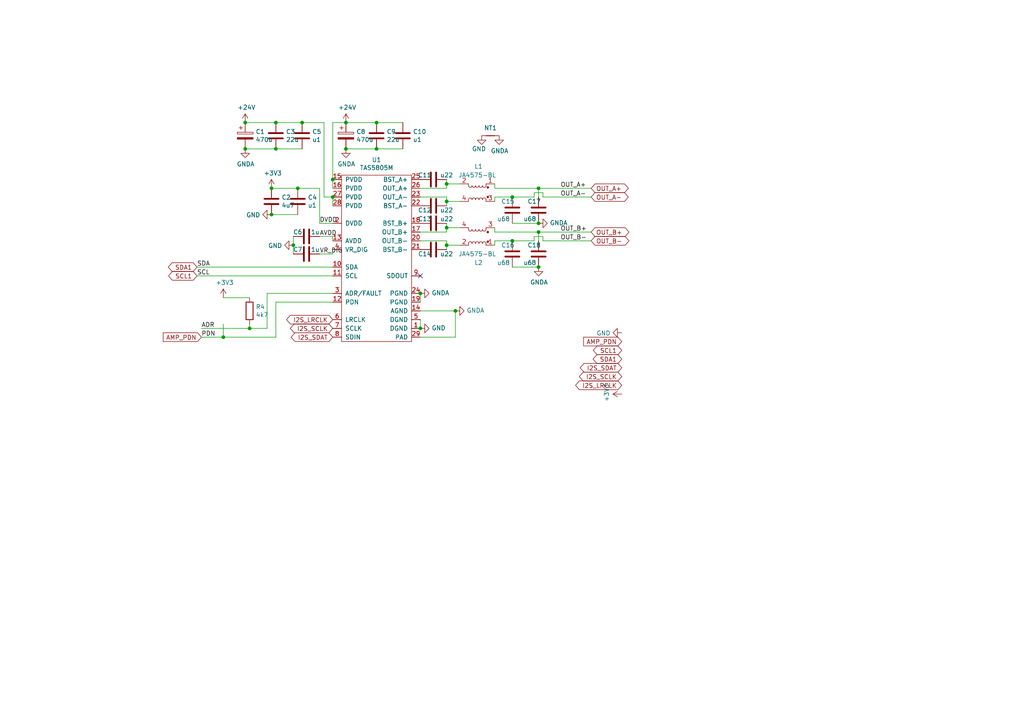
<source format=kicad_sch>
(kicad_sch (version 20230121) (generator eeschema)
  (paper "A4")
  (lib_symbols
    (symbol "Device:C" (pin_numbers hide) (pin_names (offset 0.254))
      (property "Reference" "C" (at 0.635 2.54 0))
      (property "Value" "C" (at 0.635 -2.54 0))
      (symbol "C_0_1"
        (polyline (pts (xy -2.032 -0.762) (xy 2.032 -0.762)) (stroke (width 0.508)))
        (polyline (pts (xy -2.032 0.762) (xy 2.032 0.762)) (stroke (width 0.508)))
      )
      (symbol "C_1_1"
        (pin passive line (at 0 3.81 270) (length 2.794) (name "~") (number "1"))
        (pin passive line (at 0 -3.81 90) (length 2.794) (name "~") (number "2"))
      )
    )
    (symbol "Device:CP" (pin_numbers hide) (pin_names (offset 0.254))
      (property "Reference" "C" (at 0.635 2.54 0))
      (property "Value" "Device_CP" (at 0.635 -2.54 0))
      (symbol "CP_0_1"
        (rectangle (start -2.286 0.508) (end 2.286 1.016))
        (polyline (pts (xy -1.778 2.286) (xy -0.762 2.286)))
        (polyline (pts (xy -1.27 2.794) (xy -1.27 1.778)))
        (rectangle (start 2.286 -0.508) (end -2.286 -1.016) (fill (type outline)))
      )
      (symbol "CP_1_1"
        (pin passive line (at 0 3.81 270) (length 2.794) (name "~") (number "1"))
        (pin passive line (at 0 -3.81 90) (length 2.794) (name "~") (number "2"))
      )
    )
    (symbol "Device:L_Coupled" (pin_names (offset 0.254) hide)
      (property "Reference" "L" (at 0 4.445 0))
      (property "Value" "L_Coupled" (at 0 -4.445 0))
      (symbol "L_Coupled_0_1"
        (circle (center -3.048 -1.27) (radius 0.254) (fill (type outline)))
        (circle (center -3.048 1.524) (radius 0.254) (fill (type outline)))
        (arc (start -2.54 2.032) (mid -2.032 1.5262) (end -1.524 2.032))
        (arc (start -1.524 -2.032) (mid -2.032 -1.5262) (end -2.54 -2.032))
        (arc (start -1.524 2.032) (mid -1.016 1.5262) (end -0.508 2.032))
        (arc (start -0.508 -2.032) (mid -1.016 -1.5262) (end -1.524 -2.032))
        (arc (start -0.508 2.032) (mid 0 1.5262) (end 0.508 2.032))
        (polyline (pts (xy -2.54 -2.032) (xy -2.54 -2.54)))
        (polyline (pts (xy -2.54 2.032) (xy -2.54 2.54)))
        (polyline (pts (xy 2.54 -2.032) (xy 2.54 -2.54)))
        (polyline (pts (xy 2.54 2.54) (xy 2.54 2.032)))
        (arc (start 0.508 -2.032) (mid 0 -1.5262) (end -0.508 -2.032))
        (arc (start 0.508 2.032) (mid 1.016 1.5262) (end 1.524 2.032))
        (arc (start 1.524 -2.032) (mid 1.016 -1.5262) (end 0.508 -2.032))
        (arc (start 1.524 2.032) (mid 2.032 1.5262) (end 2.54 2.032))
        (arc (start 2.54 -2.032) (mid 2.032 -1.5262) (end 1.524 -2.032))
      )
      (symbol "L_Coupled_1_1"
        (pin passive line (at -5.08 2.54 0) (length 2.54) (name "1") (number "1"))
        (pin passive line (at 5.08 2.54 180) (length 2.54) (name "2") (number "2"))
        (pin passive line (at -5.08 -2.54 0) (length 2.54) (name "3") (number "3"))
        (pin passive line (at 5.08 -2.54 180) (length 2.54) (name "4") (number "4"))
      )
    )
    (symbol "Device:Net-Tie_2" (pin_numbers hide) (pin_names (offset 0) hide)
      (property "Reference" "NT" (at 0 1.27 0))
      (property "Value" "Device_Net-Tie_2" (at 0 -1.27 0))
      (symbol "Net-Tie_2_0_1"
        (polyline (pts (xy -1.27 0) (xy 1.27 0)) (stroke (width 0.254)))
      )
      (symbol "Net-Tie_2_1_1"
        (pin passive line (at -2.54 0 0) (length 2.54) (name "1") (number "1"))
        (pin passive line (at 2.54 0 180) (length 2.54) (name "2") (number "2"))
      )
    )
    (symbol "Device:R" (pin_numbers hide) (pin_names (offset 0))
      (property "Reference" "R" (at 2.032 0 90))
      (property "Value" "R" (at 0 0 90))
      (symbol "R_0_1"
        (rectangle (start -1.016 -2.54) (end 1.016 2.54) (stroke (width 0.254)))
      )
      (symbol "R_1_1"
        (pin passive line (at 0 3.81 270) (length 1.27) (name "~") (number "1"))
        (pin passive line (at 0 -3.81 90) (length 1.27) (name "~") (number "2"))
      )
    )
    (symbol "liebler_SEMICONDUCTORS:TAS5805M" (pin_names (offset 1.016))
      (property "Reference" "U" (at -8.89 25.4 0))
      (property "Value" "TAS5805M" (at 5.08 25.4 0))
      (symbol "TAS5805M_0_1"
        (rectangle (start -10.16 24.13) (end 10.16 -24.13))
      )
      (symbol "TAS5805M_1_1"
        (pin power_in line (at 12.7 -20.32 180) (length 2.54) (name "DGND") (number "1"))
        (pin bidirectional line (at -12.7 -2.54 0) (length 2.54) (name "SDA") (number "10"))
        (pin bidirectional line (at -12.7 -5.08 0) (length 2.54) (name "SCL") (number "11"))
        (pin input line (at -12.7 -12.7 0) (length 2.54) (name "PDN") (number "12"))
        (pin power_out line (at -12.7 5.08 0) (length 2.54) (name "AVDD") (number "13"))
        (pin power_in line (at 12.7 -15.24 180) (length 2.54) (name "AGND") (number "14"))
        (pin power_in line (at -12.7 22.86 0) (length 2.54) (name "PVDD") (number "15"))
        (pin power_in line (at -12.7 20.32 0) (length 2.54) (name "PVDD") (number "16"))
        (pin output line (at 12.7 7.62 180) (length 2.54) (name "OUT_B+") (number "17"))
        (pin output line (at 12.7 10.16 180) (length 2.54) (name "BST_B+") (number "18"))
        (pin power_in line (at 12.7 -12.7 180) (length 2.54) (name "PGND") (number "19"))
        (pin power_in line (at -12.7 10.16 0) (length 2.54) (name "DVDD") (number "2"))
        (pin output line (at 12.7 5.08 180) (length 2.54) (name "OUT_B-") (number "20"))
        (pin output line (at 12.7 2.54 180) (length 2.54) (name "BST_B-") (number "21"))
        (pin output line (at 12.7 15.24 180) (length 2.54) (name "BST_A-") (number "22"))
        (pin output line (at 12.7 17.78 180) (length 2.54) (name "OUT_A-") (number "23"))
        (pin power_in line (at 12.7 -10.16 180) (length 2.54) (name "PGND") (number "24"))
        (pin output line (at 12.7 22.86 180) (length 2.54) (name "BST_A+") (number "25"))
        (pin output line (at 12.7 20.32 180) (length 2.54) (name "OUT_A+") (number "26"))
        (pin power_in line (at -12.7 17.78 0) (length 2.54) (name "PVDD") (number "27"))
        (pin power_in line (at -12.7 15.24 0) (length 2.54) (name "PVDD") (number "28"))
        (pin unspecified line (at 12.7 -22.86 180) (length 2.54) (name "PAD") (number "29"))
        (pin bidirectional line (at -12.7 -10.16 0) (length 2.54) (name "ADR/FAULT") (number "3"))
        (pin power_out line (at -12.7 2.54 0) (length 2.54) (name "VR_DIG") (number "4"))
        (pin power_in line (at 12.7 -17.78 180) (length 2.54) (name "DGND") (number "5"))
        (pin input line (at -12.7 -17.78 0) (length 2.54) (name "LRCLK") (number "6"))
        (pin input line (at -12.7 -20.32 0) (length 2.54) (name "SCLK") (number "7"))
        (pin input line (at -12.7 -22.86 0) (length 2.54) (name "SDIN") (number "8"))
        (pin output line (at 12.7 -5.08 180) (length 2.54) (name "SDOUT") (number "9"))
      )
    )
    (symbol "power:+24V" (power) (pin_names (offset 0))
      (property "Value" "+24V" (at 0 3.556 0))
      (symbol "+24V_0_1"
        (polyline (pts (xy -0.762 1.27) (xy 0 2.54)))
        (polyline (pts (xy 0 0) (xy 0 2.54)))
        (polyline (pts (xy 0 2.54) (xy 0.762 1.27)))
      )
      (symbol "+24V_1_1"
        (pin power_in line (at 0 0 90) (length 0) hide (name "+24V") (number "1"))
      )
    )
    (symbol "power:+3V3" (power) (pin_names (offset 0))
      (property "Value" "+3V3" (at 0 3.556 0))
      (symbol "+3V3_0_1"
        (polyline (pts (xy -0.762 1.27) (xy 0 2.54)))
        (polyline (pts (xy 0 0) (xy 0 2.54)))
        (polyline (pts (xy 0 2.54) (xy 0.762 1.27)))
      )
      (symbol "+3V3_1_1"
        (pin power_in line (at 0 0 90) (length 0) hide (name "+3V3") (number "1"))
      )
    )
    (symbol "power:GND" (power) (pin_names (offset 0))
      (property "Value" "GND" (at 0 -3.81 0))
      (symbol "GND_0_1"
        (polyline (pts (xy 0 0) (xy 0 -1.27) (xy 1.27 -1.27) (xy 0 -2.54) (xy -1.27 -1.27) (xy 0 -1.27)))
      )
      (symbol "GND_1_1"
        (pin power_in line (at 0 0 270) (length 0) hide (name "GND") (number "1"))
      )
    )
    (symbol "power:GNDA" (power) (pin_names (offset 0))
      (property "Value" "GNDA" (at 0 -3.81 0))
      (symbol "GNDA_0_1"
        (polyline (pts (xy 0 0) (xy 0 -1.27) (xy 1.27 -1.27) (xy 0 -2.54) (xy -1.27 -1.27) (xy 0 -1.27)))
      )
      (symbol "GNDA_1_1"
        (pin power_in line (at 0 0 270) (length 0) hide (name "GNDA") (number "1"))
      )
    )
  )
  (junction (at 100.33 43.18))
  (junction (at 80.01 35.56))
  (junction (at 72.39 95.25))
  (junction (at 148.59 69.85))
  (junction (at 121.92 95.25))
  (junction (at 100.33 35.56))
  (junction (at 78.74 54.61))
  (junction (at 129.54 71.12))
  (junction (at 87.63 35.56))
  (junction (at 71.12 35.56))
  (junction (at 109.22 35.56))
  (junction (at 80.01 43.18))
  (junction (at 156.21 77.47))
  (junction (at 156.21 67.31))
  (junction (at 71.12 43.18))
  (junction (at 64.77 97.79))
  (junction (at 78.74 62.23))
  (junction (at 132.08 90.17))
  (junction (at 148.59 57.15))
  (junction (at 156.21 64.77))
  (junction (at 86.36 54.61))
  (junction (at 129.54 53.34))
  (junction (at 109.22 43.18))
  (junction (at 85.09 71.12))
  (junction (at 156.21 54.61))
  (junction (at 96.52 52.07))
  (junction (at 129.54 66.04))
  (junction (at 121.92 85.09))
  (junction (at 129.54 58.42))
  (junction (at 96.52 57.15))
  (no_connect (at 121.92 80.01))
  (wire (pts (xy 64.77 97.79) (xy 58.42 97.79)))
  (wire (pts (xy 129.54 64.77) (xy 129.54 66.04)))
  (wire (pts (xy 92.71 54.61) (xy 92.71 64.77)))
  (wire (pts (xy 157.48 69.85) (xy 171.45 69.85)))
  (wire (pts (xy 109.22 43.18) (xy 100.33 43.18)))
  (wire (pts (xy 93.98 35.56) (xy 93.98 57.15)))
  (wire (pts (xy 96.52 69.85) (xy 96.52 68.58)))
  (wire (pts (xy 129.54 71.12) (xy 133.35 71.12)))
  (wire (pts (xy 116.84 43.18) (xy 109.22 43.18)))
  (wire (pts (xy 80.01 43.18) (xy 71.12 43.18)))
  (wire (pts (xy 143.51 66.04) (xy 143.51 67.31)))
  (wire (pts (xy 93.98 57.15) (xy 96.52 57.15)))
  (wire (pts (xy 156.21 67.31) (xy 171.45 67.31)))
  (wire (pts (xy 129.54 66.04) (xy 133.35 66.04)))
  (wire (pts (xy 148.59 69.85) (xy 154.94 69.85)))
  (wire (pts (xy 96.52 35.56) (xy 100.33 35.56)))
  (wire (pts (xy 96.52 68.58) (xy 92.71 68.58)))
  (wire (pts (xy 154.94 69.85) (xy 154.94 68.58)))
  (wire (pts (xy 64.77 86.36) (xy 72.39 86.36)))
  (wire (pts (xy 143.51 57.15) (xy 148.59 57.15)))
  (wire (pts (xy 157.48 57.15) (xy 171.45 57.15)))
  (wire (pts (xy 148.59 77.47) (xy 156.21 77.47)))
  (wire (pts (xy 80.01 97.79) (xy 64.77 97.79)))
  (wire (pts (xy 148.59 57.15) (xy 154.94 57.15)))
  (wire (pts (xy 132.08 90.17) (xy 121.92 90.17)))
  (wire (pts (xy 129.54 53.34) (xy 129.54 54.61)))
  (wire (pts (xy 78.74 54.61) (xy 86.36 54.61)))
  (wire (pts (xy 57.15 77.47) (xy 96.52 77.47)))
  (wire (pts (xy 129.54 69.85) (xy 121.92 69.85)))
  (wire (pts (xy 77.47 95.25) (xy 72.39 95.25)))
  (wire (pts (xy 156.21 54.61) (xy 171.45 54.61)))
  (wire (pts (xy 129.54 66.04) (xy 129.54 67.31)))
  (wire (pts (xy 148.59 64.77) (xy 156.21 64.77)))
  (wire (pts (xy 133.35 58.42) (xy 129.54 58.42)))
  (wire (pts (xy 85.09 73.66) (xy 85.09 71.12)))
  (wire (pts (xy 96.52 54.61) (xy 96.52 52.07)))
  (wire (pts (xy 72.39 95.25) (xy 72.39 93.98)))
  (wire (pts (xy 143.51 53.34) (xy 143.51 54.61)))
  (wire (pts (xy 157.48 55.88) (xy 157.48 57.15)))
  (wire (pts (xy 64.77 97.79) (xy 64.77 93.98)))
  (wire (pts (xy 129.54 59.69) (xy 129.54 58.42)))
  (wire (pts (xy 129.54 67.31) (xy 121.92 67.31)))
  (wire (pts (xy 87.63 43.18) (xy 80.01 43.18)))
  (wire (pts (xy 57.15 80.01) (xy 96.52 80.01)))
  (wire (pts (xy 96.52 73.66) (xy 92.71 73.66)))
  (wire (pts (xy 86.36 54.61) (xy 92.71 54.61)))
  (wire (pts (xy 92.71 64.77) (xy 96.52 64.77)))
  (wire (pts (xy 143.51 69.85) (xy 148.59 69.85)))
  (wire (pts (xy 157.48 68.58) (xy 157.48 69.85)))
  (wire (pts (xy 154.94 55.88) (xy 157.48 55.88)))
  (wire (pts (xy 96.52 72.39) (xy 96.52 73.66)))
  (wire (pts (xy 77.47 85.09) (xy 77.47 95.25)))
  (wire (pts (xy 154.94 68.58) (xy 157.48 68.58)))
  (wire (pts (xy 156.21 67.31) (xy 156.21 69.85)))
  (wire (pts (xy 143.51 69.85) (xy 143.51 71.12)))
  (wire (pts (xy 129.54 57.15) (xy 121.92 57.15)))
  (wire (pts (xy 121.92 85.09) (xy 121.92 87.63)))
  (wire (pts (xy 96.52 85.09) (xy 77.47 85.09)))
  (wire (pts (xy 121.92 97.79) (xy 132.08 97.79)))
  (wire (pts (xy 109.22 35.56) (xy 100.33 35.56)))
  (wire (pts (xy 129.54 54.61) (xy 121.92 54.61)))
  (wire (pts (xy 129.54 72.39) (xy 129.54 71.12)))
  (wire (pts (xy 156.21 54.61) (xy 156.21 57.15)))
  (wire (pts (xy 143.51 67.31) (xy 156.21 67.31)))
  (wire (pts (xy 96.52 87.63) (xy 80.01 87.63)))
  (wire (pts (xy 85.09 71.12) (xy 85.09 68.58)))
  (wire (pts (xy 80.01 87.63) (xy 80.01 97.79)))
  (wire (pts (xy 143.51 57.15) (xy 143.51 58.42)))
  (wire (pts (xy 129.54 71.12) (xy 129.54 69.85)))
  (wire (pts (xy 93.98 35.56) (xy 87.63 35.56)))
  (wire (pts (xy 121.92 95.25) (xy 121.92 92.71)))
  (wire (pts (xy 96.52 59.69) (xy 96.52 57.15)))
  (wire (pts (xy 116.84 35.56) (xy 109.22 35.56)))
  (wire (pts (xy 96.52 35.56) (xy 96.52 52.07)))
  (wire (pts (xy 87.63 35.56) (xy 80.01 35.56)))
  (wire (pts (xy 133.35 53.34) (xy 129.54 53.34)))
  (wire (pts (xy 154.94 57.15) (xy 154.94 55.88)))
  (wire (pts (xy 132.08 97.79) (xy 132.08 90.17)))
  (wire (pts (xy 129.54 58.42) (xy 129.54 57.15)))
  (wire (pts (xy 80.01 35.56) (xy 71.12 35.56)))
  (wire (pts (xy 86.36 62.23) (xy 78.74 62.23)))
  (wire (pts (xy 72.39 95.25) (xy 58.42 95.25)))
  (wire (pts (xy 143.51 54.61) (xy 156.21 54.61)))
  (wire (pts (xy 129.54 52.07) (xy 129.54 53.34)))
  (label "DVDD" (at 92.71 64.77 0))
  (label "OUT_A+" (at 162.56 54.61 0))
  (label "PDN" (at 58.42 97.79 0))
  (label "OUT_B+" (at 162.56 67.31 0))
  (label "OUT_B-" (at 162.56 69.85 0))
  (label "ADR" (at 58.42 95.25 0))
  (label "OUT_A-" (at 162.56 57.15 0))
  (label "VR_DIG" (at 92.71 73.66 0))
  (label "SCL" (at 57.15 80.01 0))
  (label "AVDD" (at 92.71 68.58 0))
  (label "SDA" (at 57.15 77.47 0))
  (global_label "SCL1" (shape bidirectional) (at 180.34 101.6 180) (property "Intersheetrefs" "${INTERSHEET_REFS}" (effects hide)))
  (global_label "OUT_A-" (shape bidirectional) (at 171.45 57.15 0) (property "Intersheetrefs" "${INTERSHEET_REFS}" (effects hide)))
  (global_label "AMP_PDN" (shape input) (at 58.42 97.79 180) (property "Intersheetrefs" "${INTERSHEET_REFS}" (effects hide)))
  (global_label "SDA1" (shape bidirectional) (at 180.34 104.14 180) (property "Intersheetrefs" "${INTERSHEET_REFS}" (effects hide)))
  (global_label "I2S_SDAT" (shape bidirectional) (at 180.34 106.68 180) (property "Intersheetrefs" "${INTERSHEET_REFS}" (effects hide)))
  (global_label "SDA1" (shape bidirectional) (at 57.15 77.47 180) (property "Intersheetrefs" "${INTERSHEET_REFS}" (effects hide)))
  (global_label "I2S_LRCLK" (shape bidirectional) (at 180.34 111.76 180) (property "Intersheetrefs" "${INTERSHEET_REFS}" (effects hide)))
  (global_label "SCL1" (shape bidirectional) (at 57.15 80.01 180) (property "Intersheetrefs" "${INTERSHEET_REFS}" (effects hide)))
  (global_label "I2S_SDAT" (shape bidirectional) (at 96.52 97.79 180) (property "Intersheetrefs" "${INTERSHEET_REFS}" (effects hide)))
  (global_label "OUT_B+" (shape bidirectional) (at 171.45 67.31 0) (property "Intersheetrefs" "${INTERSHEET_REFS}" (effects hide)))
  (global_label "OUT_A+" (shape bidirectional) (at 171.45 54.61 0) (property "Intersheetrefs" "${INTERSHEET_REFS}" (effects hide)))
  (global_label "AMP_PDN" (shape input) (at 180.34 99.06 180) (property "Intersheetrefs" "${INTERSHEET_REFS}" (effects hide)))
  (global_label "I2S_SCLK" (shape bidirectional) (at 180.34 109.22 180) (property "Intersheetrefs" "${INTERSHEET_REFS}" (effects hide)))
  (global_label "I2S_LRCLK" (shape bidirectional) (at 96.52 92.71 180) (property "Intersheetrefs" "${INTERSHEET_REFS}" (effects hide)))
  (global_label "OUT_B-" (shape bidirectional) (at 171.45 69.85 0) (property "Intersheetrefs" "${INTERSHEET_REFS}" (effects hide)))
  (global_label "I2S_SCLK" (shape bidirectional) (at 96.52 95.25 180) (property "Intersheetrefs" "${INTERSHEET_REFS}" (effects hide)))
  (symbol (lib_id "Device:C") (at 125.73 52.07 270) (unit 1)
    (property "Reference" "C11" (at 123.19 50.8 90))
    (property "Value" "u22" (at 129.54 50.8 90))
    (property "Footprint" "Capacitor_SMD:C_0603_1608Metric" (effects hide))
  )
  (symbol (lib_id "Device:C") (at 125.73 59.69 270) (unit 1)
    (property "Reference" "C12" (at 123.19 60.96 90))
    (property "Value" "u22" (at 129.54 60.96 90))
    (property "Footprint" "Capacitor_SMD:C_0603_1608Metric" (effects hide))
  )
  (symbol (lib_id "Device:C") (at 125.73 64.77 270) (unit 1)
    (property "Reference" "C13" (at 123.19 63.5 90))
    (property "Value" "u22" (at 129.54 63.5 90))
    (property "Footprint" "Capacitor_SMD:C_0603_1608Metric" (effects hide))
  )
  (symbol (lib_id "Device:C") (at 125.73 72.39 270) (unit 1)
    (property "Reference" "C14" (at 123.19 73.66 90))
    (property "Value" "u22" (at 129.54 73.66 90))
    (property "Footprint" "Capacitor_SMD:C_0603_1608Metric" (effects hide))
  )
  (symbol (lib_id "Device:C") (at 148.59 60.96 180) (unit 1)
    (property "Reference" "C15" (at 147.32 58.42 0))
    (property "Value" "u68" (at 146.05 63.5 0))
    (property "Footprint" "Capacitor_THT:C_Rect_L7.0mm_W4.5mm_P5.00mm" (effects hide))
  )
  (symbol (lib_id "Device:C") (at 156.21 60.96 180) (unit 1)
    (property "Reference" "C17" (at 154.94 58.42 0))
    (property "Value" "u68" (at 153.67 63.5 0))
    (property "Footprint" "Capacitor_THT:C_Rect_L7.0mm_W4.5mm_P5.00mm" (effects hide))
  )
  (symbol (lib_id "Device:C") (at 148.59 73.66 180) (unit 1)
    (property "Reference" "C16" (at 147.32 71.12 0))
    (property "Value" "u68" (at 146.05 76.2 0))
    (property "Footprint" "Capacitor_THT:C_Rect_L7.0mm_W4.5mm_P5.00mm" (effects hide))
  )
  (symbol (lib_id "Device:C") (at 156.21 73.66 180) (unit 1)
    (property "Reference" "C18" (at 154.94 71.12 0))
    (property "Value" "u68" (at 153.67 76.2 0))
    (property "Footprint" "Capacitor_THT:C_Rect_L7.0mm_W4.5mm_P5.00mm" (effects hide))
  )
  (symbol (lib_id "Device:C") (at 80.01 39.37 0) (unit 1)
    (property "Reference" "C3" (at 82.931 38.2016 0) (effects (justify left)))
    (property "Value" "22u" (at 82.931 40.513 0) (effects (justify left)))
    (property "Footprint" "Capacitor_SMD:C_1210_3225Metric_Pad1.33x2.70mm_HandSolder" (effects hide))
  )
  (symbol (lib_id "Device:C") (at 87.63 39.37 0) (unit 1)
    (property "Reference" "C5" (at 90.551 38.2016 0) (effects (justify left)))
    (property "Value" "u1" (at 90.551 40.513 0) (effects (justify left)))
    (property "Footprint" "Capacitor_SMD:C_0603_1608Metric" (effects hide))
  )
  (symbol (lib_id "Device:CP") (at 71.12 39.37 0) (unit 1)
    (property "Reference" "C1" (at 74.1172 38.2016 0) (effects (justify left)))
    (property "Value" "470u" (at 74.1172 40.513 0) (effects (justify left)))
    (property "Footprint" "Capacitor_THT:CP_Radial_D10.0mm_P3.50mm" (effects hide))
  )
  (symbol (lib_id "power:+24V") (at 71.12 35.56 0) (unit 1)
    (property "Reference" "#PWR03" (effects hide))
    (property "Value" "+24V" (at 71.501 31.1658 0))
  )
  (symbol (lib_id "power:GND") (at 121.92 95.25 90) (unit 1)
    (property "Reference" "#PWR010" (effects hide))
    (property "Value" "GND" (at 125.1712 95.123 90) (effects (justify right)))
  )
  (symbol (lib_id "Device:C") (at 109.22 39.37 0) (unit 1)
    (property "Reference" "C9" (at 112.141 38.2016 0) (effects (justify left)))
    (property "Value" "22u" (at 112.141 40.513 0) (effects (justify left)))
    (property "Footprint" "Capacitor_SMD:C_1210_3225Metric_Pad1.33x2.70mm_HandSolder" (effects hide))
  )
  (symbol (lib_id "Device:C") (at 116.84 39.37 0) (unit 1)
    (property "Reference" "C10" (at 119.761 38.2016 0) (effects (justify left)))
    (property "Value" "u1" (at 119.761 40.513 0) (effects (justify left)))
    (property "Footprint" "Capacitor_SMD:C_0603_1608Metric" (effects hide))
  )
  (symbol (lib_id "Device:CP") (at 100.33 39.37 0) (unit 1)
    (property "Reference" "C8" (at 103.3272 38.2016 0) (effects (justify left)))
    (property "Value" "470u" (at 103.3272 40.513 0) (effects (justify left)))
    (property "Footprint" "Capacitor_THT:CP_Radial_D10.0mm_P3.50mm" (effects hide))
  )
  (symbol (lib_id "power:+24V") (at 100.33 35.56 0) (unit 1)
    (property "Reference" "#PWR08" (effects hide))
    (property "Value" "+24V" (at 100.711 31.1658 0))
  )
  (symbol (lib_id "Device:C") (at 78.74 58.42 0) (unit 1)
    (property "Reference" "C2" (at 81.661 57.2516 0) (effects (justify left)))
    (property "Value" "4u7" (at 81.661 59.563 0) (effects (justify left)))
    (property "Footprint" "Capacitor_SMD:C_0402_1005Metric" (effects hide))
  )
  (symbol (lib_id "Device:C") (at 86.36 58.42 0) (unit 1)
    (property "Reference" "C4" (at 89.281 57.2516 0) (effects (justify left)))
    (property "Value" "u1" (at 89.281 59.563 0) (effects (justify left)))
    (property "Footprint" "Capacitor_SMD:C_0402_1005Metric" (effects hide))
  )
  (symbol (lib_id "power:GND") (at 78.74 62.23 270) (unit 1)
    (property "Reference" "#PWR06" (effects hide))
    (property "Value" "GND" (at 75.4888 62.357 90) (effects (justify right)))
  )
  (symbol (lib_id "Device:C") (at 88.9 68.58 270) (unit 1)
    (property "Reference" "C6" (at 86.36 67.31 90))
    (property "Value" "1u" (at 91.44 67.31 90))
    (property "Footprint" "Capacitor_SMD:C_0402_1005Metric" (effects hide))
  )
  (symbol (lib_id "Device:C") (at 88.9 73.66 270) (unit 1)
    (property "Reference" "C7" (at 86.36 72.39 90))
    (property "Value" "1u" (at 91.44 72.39 90))
    (property "Footprint" "Capacitor_SMD:C_0402_1005Metric" (effects hide))
  )
  (symbol (lib_id "power:GND") (at 85.09 71.12 270) (unit 1)
    (property "Reference" "#PWR07" (effects hide))
    (property "Value" "GND" (at 81.8388 71.247 90) (effects (justify right)))
  )
  (symbol (lib_id "Device:R") (at 72.39 90.17 0) (unit 1)
    (property "Reference" "R4" (at 74.168 89.0016 0) (effects (justify left)))
    (property "Value" "4k7" (at 74.168 91.313 0) (effects (justify left)))
    (property "Footprint" "Resistor_SMD:R_0402_1005Metric" (effects hide))
  )
  (symbol (lib_id "power:+3V3") (at 78.74 54.61 0) (unit 1)
    (property "Reference" "#PWR05" (effects hide))
    (property "Value" "+3V3" (at 79.121 50.2158 0))
  )
  (symbol (lib_id "power:+3V3") (at 64.77 86.36 0) (unit 1)
    (property "Reference" "#PWR02" (effects hide))
    (property "Value" "+3V3" (at 65.151 81.9658 0))
  )
  (symbol (lib_id "power:GNDA") (at 156.21 77.47 0) (unit 1)
    (property "Reference" "#PWR059" (effects hide))
    (property "Value" "GNDA" (at 156.337 81.8642 0))
  )
  (symbol (lib_id "power:GNDA") (at 121.92 85.09 90) (unit 1)
    (property "Reference" "#PWR011" (effects hide))
    (property "Value" "GNDA" (at 125.1712 84.963 90) (effects (justify right)))
  )
  (symbol (lib_id "power:GNDA") (at 156.21 64.77 90) (unit 1)
    (property "Reference" "#PWR058" (effects hide))
    (property "Value" "GNDA" (at 159.4612 64.643 90) (effects (justify right)))
  )
  (symbol (lib_id "power:GNDA") (at 100.33 43.18 0) (unit 1)
    (property "Reference" "#PWR09" (effects hide))
    (property "Value" "GNDA" (at 100.457 47.5742 0))
  )
  (symbol (lib_id "power:GNDA") (at 71.12 43.18 0) (unit 1)
    (property "Reference" "#PWR04" (effects hide))
    (property "Value" "GNDA" (at 71.247 47.5742 0))
  )
  (symbol (lib_id "Device:Net-Tie_2") (at 142.24 39.37 0) (unit 1)
    (property "Reference" "NT1" (at 142.24 37.1094 0))
    (property "Value" "Net-Tie_2" (effects hide))
    (property "Footprint" "NetTie:NetTie-2_SMD_Pad2.0mm" (effects hide))
  )
  (symbol (lib_id "power:GNDA") (at 144.78 39.37 0) (unit 1)
    (property "Reference" "#PWR057" (effects hide))
    (property "Value" "GNDA" (at 144.907 43.7642 0))
  )
  (symbol (lib_id "power:GND") (at 139.7 39.37 0) (unit 1)
    (property "Reference" "#PWR012" (effects hide))
    (property "Value" "GND" (at 140.97 43.18 0) (effects (justify right)))
  )
  (symbol (lib_id "liebler_SEMICONDUCTORS:TAS5805M") (at 109.22 74.93 0) (unit 1)
    (property "Reference" "U1" (at 109.22 46.355 0))
    (property "Value" "TAS5805M" (at 109.22 48.6664 0))
    (property "Footprint" "Package_SO:HTSSOP-28-1EP_4.4x9.7mm_P0.65mm_EP2.85x5.4mm_ThermalVias" (effects hide))
  )
  (symbol (lib_id "power:GNDA") (at 132.08 90.17 90) (unit 1)
    (property "Reference" "#PWR0110" (effects hide))
    (property "Value" "GNDA" (at 135.3312 90.043 90) (effects (justify right)))
  )
  (symbol (lib_id "Device:L_Coupled") (at 138.43 55.88 0) (mirror y) (unit 1)
    (property "Reference" "L1" (at 138.811 48.26 0))
    (property "Value" "JA4575-BL" (at 138.43 50.8 0))
    (property "Footprint" "liebler_PASSIVES:JA4575-BL" (effects hide))
  )
  (symbol (lib_id "power:+3V3") (at 180.34 114.3 90) (unit 1)
    (property "Reference" "#PWR0146" (effects hide))
    (property "Value" "+3V3" (at 175.9458 113.919 0))
  )
  (symbol (lib_id "Device:L_Coupled") (at 138.43 68.58 180) (unit 1)
    (property "Reference" "L2" (at 138.811 76.2 0))
    (property "Value" "JA4575-BL" (at 138.43 73.66 0))
    (property "Footprint" "liebler_PASSIVES:JA4575-BL" (effects hide))
  )
  (symbol (lib_id "power:GND") (at 180.34 96.52 270) (unit 1)
    (property "Reference" "#PWR0147" (effects hide))
    (property "Value" "GND" (at 177.0888 96.647 90) (effects (justify right)))
  )
)
</source>
